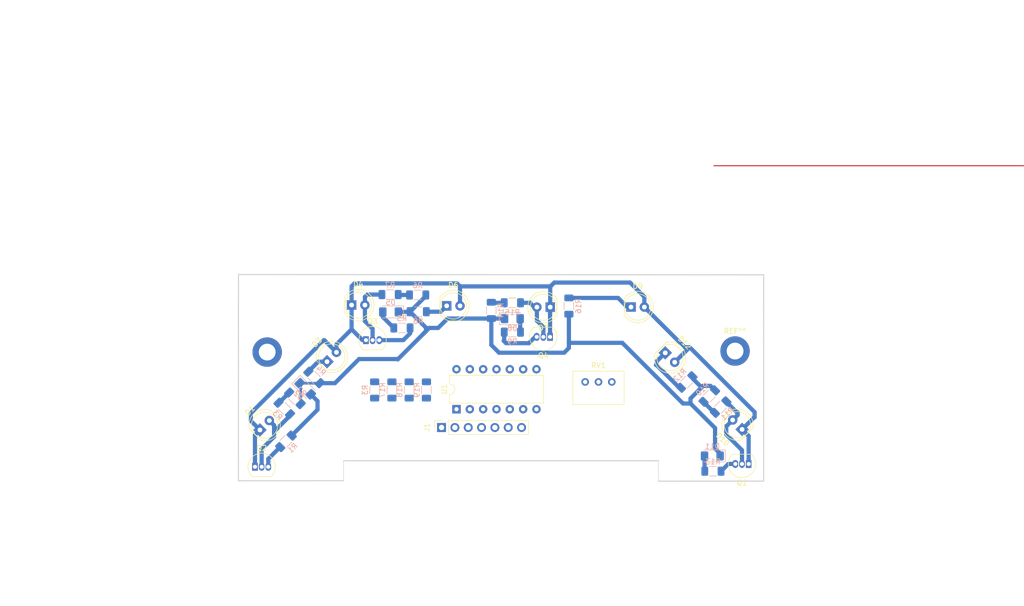
<source format=kicad_pcb>
(kicad_pcb (version 20221018) (generator pcbnew)
  (layers (0 "F.Cu" signal) (31 "B.Cu" signal) (34 "B.Paste" user) (35 "F.Paste" user) (36 "B.SilkS" user "B.Silkscreen") (37 "F.SilkS" user "F.Silkscreen") (38 "B.Mask" user) (39 "F.Mask" user) (44 "Edge.Cuts" user))
  (net 0 "")
  (net 1 "+5V")
  (net 2 "Net-(D1-A)")
  (net 3 "GND")
  (net 4 "Net-(D4-A)")
  (net 5 "Net-(D5-A)")
  (net 6 "Net-(D6-K)")
  (net 7 "Net-(D7-A)")
  (net 8 "Net-(D8-A)")
  (net 9 "Net-(D9-K)")
  (net 10 "Net-(D10-A)")
  (net 11 "Net-(D11-A)")
  (net 12 "Net-(D12-K)")
  (net 13 "Net-(D2-A)")
  (net 14 "Net-(D3-K)")
  (net 15 "Net-(R6-Pad2)")
  (net 16 "Net-(R10-Pad2)")
  (net 17 "Net-(R14-Pad2)")
  (net 18 "Net-(R2-Pad2)")
  (net 19 "VCC")
  (net 20 "Net-(J1-Pin_1)")
  (net 21 "Net-(J1-Pin_2)")
  (net 22 "Net-(J1-Pin_3)")
  (net 23 "Net-(J1-Pin_4)")
  (net 24 "/D4")
  (net 25 "/D3")
  (net 26 "/D2")
  (net 27 "/D1")
  (net 29 "Net-(R3-Pad1)")
  (net 30 "Net-(R17-Pad1)")
  (net 31 "Net-(R18-Pad1)")
  (net 32 "Net-(R19-Pad1)")
  (net 33 "Net-(U1A--)")
  (footprint "Package_TO_SOT_THT:TO-92_Inline" (layer "F.Cu") (at 117.77 110.81 180)
    (fp_text reference "Q1" (at 1.27 -3.56) (layer "F.SilkS"))
    (fp_text value "BC547")
    (fp_line (start -0.53 1.85) (end 3.07 1.85) (stroke (width 0.12)) (layer "F.SilkS"))
    (fp_arc (start -0.568478 1.838478) (mid -1.132087 -0.994977) (end 1.27 -2.6) (stroke (width 0.12)) (layer "F.SilkS"))
    (fp_arc (start 1.27 -2.6) (mid 3.672087 -0.994977) (end 3.108478 1.838478) (stroke (width 0.12)) (layer "F.SilkS"))
    (pad "1" thru_hole rect (at 0 0 180) (size 1.05 1.5) (drill 0.75) (layers "*.Cu" "*.Mask") (net 19 "VCC"))
    (pad "2" thru_hole oval (at 1.27 0 180) (size 1.05 1.5) (drill 0.75) (layers "*.Cu" "*.Mask") (net 10 "Net-(D10-A)"))
    (pad "3" thru_hole oval (at 2.54 0 180) (size 1.05 1.5) (drill 0.75) (layers "*.Cu" "*.Mask") (net 24 "/D4"))
  )
  (footprint "LED_THT:LED_D5.0mm" (layer "F.Cu") (at 42.12 80.51)
    (fp_text reference "D4" (at 1.27 -3.96) (layer "F.SilkS"))
    (fp_text value "IR RECEIVER")
    (fp_line (start -1.29 -1.545) (end -1.29 1.545) (stroke (width 0.12)) (layer "F.SilkS"))
    (fp_arc (start -1.29 -1.54483) (mid 2.072002 -2.880433) (end 4.26 0.000462) (stroke (width 0.12)) (layer "F.SilkS"))
    (fp_arc (start 4.26 -0.000462) (mid 2.072002 2.880433) (end -1.29 1.54483) (stroke (width 0.12)) (layer "F.SilkS"))
    (fp_circle (center 1.27 0) (end 3.77 0) (stroke (width 0.12)) (fill none) (layer "F.SilkS"))
    (pad "1" thru_hole rect (at 0 0) (size 1.8 1.8) (drill 0.9) (layers "*.Cu" "*.Mask") (net 19 "VCC"))
    (pad "2" thru_hole circle (at 2.54 0) (size 1.8 1.8) (drill 0.9) (layers "*.Cu" "*.Mask") (net 4 "Net-(D4-A)"))
  )
  (footprint "Connector_PinSocket_2.54mm:PinSocket_1x07_P2.54mm_Vertical" (layer "F.Cu") (at 59.26 103.86 90)
    (fp_text reference "J1" (at 0 -2.77 90) (layer "F.SilkS"))
    (fp_text value "Conn_01x07_Pin")
    (fp_line (start -1.33 1.27) (end -1.33 16.57) (stroke (width 0.12)) (layer "F.SilkS"))
    (fp_line (start -1.33 1.27) (end 1.33 1.27) (stroke (width 0.12)) (layer "F.SilkS"))
    (fp_line (start -1.33 16.57) (end 1.33 16.57) (stroke (width 0.12)) (layer "F.SilkS"))
    (fp_line (start 0 -1.33) (end 1.33 -1.33) (stroke (width 0.12)) (layer "F.SilkS"))
    (fp_line (start 1.33 -1.33) (end 1.33 0) (stroke (width 0.12)) (layer "F.SilkS"))
    (fp_line (start 1.33 1.27) (end 1.33 16.57) (stroke (width 0.12)) (layer "F.SilkS"))
    (pad "1" thru_hole rect (at 0 0 90) (size 1.7 1.7) (drill 1) (layers "*.Cu" "*.Mask") (net 20 "Net-(J1-Pin_1)"))
    (pad "2" thru_hole oval (at 0 2.54 90) (size 1.7 1.7) (drill 1) (layers "*.Cu" "*.Mask") (net 21 "Net-(J1-Pin_2)"))
    (pad "3" thru_hole oval (at 0 5.08 90) (size 1.7 1.7) (drill 1) (layers "*.Cu" "*.Mask") (net 22 "Net-(J1-Pin_3)"))
    (pad "4" thru_hole oval (at 0 7.62 90) (size 1.7 1.7) (drill 1) (layers "*.Cu" "*.Mask") (net 23 "Net-(J1-Pin_4)"))
    (pad "5" thru_hole oval (at 0 10.16 90) (size 1.7 1.7) (drill 1) (layers "*.Cu" "*.Mask") (net 3 "GND"))
    (pad "6" thru_hole oval (at 0 12.7 90) (size 1.7 1.7) (drill 1) (layers "*.Cu" "*.Mask") (net 1 "+5V"))
    (pad "7" thru_hole oval (at 0 15.24 90) (size 1.7 1.7) (drill 1) (layers "*.Cu" "*.Mask") (net 19 "VCC"))
  )
  (footprint "LED_THT:LED_D5.0mm" (layer "F.Cu") (at 60.235 80.66)
    (fp_text reference "D6" (at 1.27 -3.96) (layer "F.SilkS"))
    (fp_text value "IR TRANSMITTER")
    (fp_line (start -1.29 -1.545) (end -1.29 1.545) (stroke (width 0.12)) (layer "F.SilkS"))
    (fp_arc (start -1.29 -1.54483) (mid 2.072002 -2.880433) (end 4.26 0.000462) (stroke (width 0.12)) (layer "F.SilkS"))
    (fp_arc (start 4.26 -0.000462) (mid 2.072002 2.880433) (end -1.29 1.54483) (stroke (width 0.12)) (layer "F.SilkS"))
    (fp_circle (center 1.27 0) (end 3.77 0) (stroke (width 0.12)) (fill none) (layer "F.SilkS"))
    (pad "1" thru_hole rect (at 0 0) (size 1.8 1.8) (drill 0.9) (layers "*.Cu" "*.Mask") (net 6 "Net-(D6-K)"))
    (pad "2" thru_hole circle (at 2.54 0) (size 1.8 1.8) (drill 0.9) (layers "*.Cu" "*.Mask") (net 19 "VCC"))
  )
  (footprint "" (layer "F.Cu") (at 26.04 89.48)
    (fp_text reference "" (at 0 0) (layer "F.SilkS") (effects (font (size 1.27 1.27))))
    (fp_text value "" (at 0 0) (layer "F.SilkS") (effects (font (size 1.27 1.27))))
    (pad "1" thru_hole circle (at 0 0) (size 5.6 5.6) (drill 3.2) (layers "*.Cu" "*.Mask"))
  )
  (footprint "MountingHole:MountingHole_3.2mm_M3_DIN965_Pad" (layer "F.Cu") (at 115.18 89.28)
    (fp_text reference "REF**" (at 0 -3.8) (layer "F.SilkS"))
    (fp_text value "MountingHole_3.2mm_M3_DIN965_Pad")
    (pad "1" thru_hole circle (at 0 0) (size 5.6 5.6) (drill 3.2) (layers "*.Cu" "*.Mask"))
  )
  (footprint "LED_THT:LED_D5.0mm" (layer "F.Cu") (at 116.521562 104.221562 135)
    (fp_text reference "D10" (at 1.27 -3.96 135) (layer "F.SilkS"))
    (fp_text value "IR RECEIVER")
    (fp_line (start -1.29 -1.545) (end -1.29 1.545) (stroke (width 0.12)) (layer "F.SilkS"))
    (fp_arc (start -1.29 -1.54483) (mid 2.072002 -2.880433) (end 4.26 0.000462) (stroke (width 0.12)) (layer "F.SilkS"))
    (fp_arc (start 4.26 -0.000462) (mid 2.072001 2.880433) (end -1.29 1.54483) (stroke (width 0.12)) (layer "F.SilkS"))
    (fp_circle (center 1.27 0) (end 3.77 0) (stroke (width 0.12)) (fill none) (layer "F.SilkS"))
    (pad "1" thru_hole rect (at 0 0 135) (size 1.8 1.8) (drill 0.9) (layers "*.Cu" "*.Mask") (net 19 "VCC"))
    (pad "2" thru_hole circle (at 2.54 0 135) (size 1.8 1.8) (drill 0.9) (layers "*.Cu" "*.Mask") (net 10 "Net-(D10-A)"))
  )
  (footprint "Package_TO_SOT_THT:TO-92_Inline" (layer "F.Cu") (at 44.85 87.2)
    (fp_text reference "Q3" (at 1.27 -3.56) (layer "F.SilkS"))
    (fp_text value "BC547")
    (fp_line (start -0.53 1.85) (end 3.07 1.85) (stroke (width 0.12)) (layer "F.SilkS"))
    (fp_arc (start -0.568478 1.838478) (mid -1.132087 -0.994977) (end 1.27 -2.6) (stroke (width 0.12)) (layer "F.SilkS"))
    (fp_arc (start 1.27 -2.6) (mid 3.672087 -0.994977) (end 3.108478 1.838478) (stroke (width 0.12)) (layer "F.SilkS"))
    (pad "1" thru_hole rect (at 0 0) (size 1.05 1.5) (drill 0.75) (layers "*.Cu" "*.Mask") (net 19 "VCC"))
    (pad "2" thru_hole oval (at 1.27 0) (size 1.05 1.5) (drill 0.75) (layers "*.Cu" "*.Mask") (net 4 "Net-(D4-A)"))
    (pad "3" thru_hole oval (at 2.54 0) (size 1.05 1.5) (drill 0.75) (layers "*.Cu" "*.Mask") (net 26 "/D2"))
  )
  (footprint "Package_TO_SOT_THT:TO-92_Inline" (layer "F.Cu") (at 79.93 86.58 180)
    (fp_text reference "Q4" (at 1.27 -3.56) (layer "F.SilkS"))
    (fp_text value "BC547")
    (fp_line (start -0.53 1.85) (end 3.07 1.85) (stroke (width 0.12)) (layer "F.SilkS"))
    (fp_arc (start -0.568478 1.838478) (mid -1.132087 -0.994977) (end 1.27 -2.6) (stroke (width 0.12)) (layer "F.SilkS"))
    (fp_arc (start 1.27 -2.6) (mid 3.672087 -0.994977) (end 3.108478 1.838478) (stroke (width 0.12)) (layer "F.SilkS"))
    (pad "1" thru_hole rect (at 0 0 180) (size 1.05 1.5) (drill 0.75) (layers "*.Cu" "*.Mask") (net 19 "VCC"))
    (pad "2" thru_hole oval (at 1.27 0 180) (size 1.05 1.5) (drill 0.75) (layers "*.Cu" "*.Mask") (net 7 "Net-(D7-A)"))
    (pad "3" thru_hole oval (at 2.54 0 180) (size 1.05 1.5) (drill 0.75) (layers "*.Cu" "*.Mask") (net 27 "/D1"))
  )
  (footprint "LED_THT:LED_D5.0mm" (layer "F.Cu") (at 95.36 80.89)
    (fp_text reference "D9" (at 1.27 -3.96) (layer "F.SilkS"))
    (fp_text value "IR TRANSMITTER")
    (fp_line (start -1.29 -1.545) (end -1.29 1.545) (stroke (width 0.12)) (layer "F.SilkS"))
    (fp_arc (start -1.29 -1.54483) (mid 2.072002 -2.880433) (end 4.26 0.000462) (stroke (width 0.12)) (layer "F.SilkS"))
    (fp_arc (start 4.26 -0.000462) (mid 2.072002 2.880433) (end -1.29 1.54483) (stroke (width 0.12)) (layer "F.SilkS"))
    (fp_circle (center 1.27 0) (end 3.77 0) (stroke (width 0.12)) (fill none) (layer "F.SilkS"))
    (pad "1" thru_hole rect (at 0 0) (size 1.8 1.8) (drill 0.9) (layers "*.Cu" "*.Mask") (net 9 "Net-(D9-K)"))
    (pad "2" thru_hole circle (at 2.54 0) (size 1.8 1.8) (drill 0.9) (layers "*.Cu" "*.Mask") (net 19 "VCC"))
  )
  (footprint "Package_DIP:DIP-14_W7.62mm" (layer "F.Cu") (at 62.105 100.37 90)
    (fp_text reference "U1" (at 3.81 -2.33 90) (layer "F.SilkS"))
    (fp_text value "LM339")
    (fp_line (start 1.16 -1.33) (end 1.16 16.57) (stroke (width 0.12)) (layer "F.SilkS"))
    (fp_line (start 1.16 16.57) (end 6.46 16.57) (stroke (width 0.12)) (layer "F.SilkS"))
    (fp_line (start 2.81 -1.33) (end 1.16 -1.33) (stroke (width 0.12)) (layer "F.SilkS"))
    (fp_line (start 6.46 -1.33) (end 4.81 -1.33) (stroke (width 0.12)) (layer "F.SilkS"))
    (fp_line (start 6.46 16.57) (end 6.46 -1.33) (stroke (width 0.12)) (layer "F.SilkS"))
    (fp_arc (start 4.81 -1.33) (mid 3.81 -0.33) (end 2.81 -1.33) (stroke (width 0.12)) (layer "F.SilkS"))
    (pad "1" thru_hole rect (at 0 0 90) (size 1.6 1.6) (drill 0.8) (layers "*.Cu" "*.Mask") (net 31 "Net-(R18-Pad1)"))
    (pad "2" thru_hole oval (at 0 2.54 90) (size 1.6 1.6) (drill 0.8) (layers "*.Cu" "*.Mask") (net 32 "Net-(R19-Pad1)"))
    (pad "3" thru_hole oval (at 0 5.08 90) (size 1.6 1.6) (drill 0.8) (layers "*.Cu" "*.Mask") (net 1 "+5V"))
    (pad "4" thru_hole oval (at 0 7.62 90) (size 1.6 1.6) (drill 0.8) (layers "*.Cu" "*.Mask") (net 33 "Net-(U1A--)"))
    (pad "5" thru_hole oval (at 0 10.16 90) (size 1.6 1.6) (drill 0.8) (layers "*.Cu" "*.Mask") (net 27 "/D1"))
    (pad "6" thru_hole oval (at 0 12.7 90) (size 1.6 1.6) (drill 0.8) (layers "*.Cu" "*.Mask") (net 33 "Net-(U1A--)"))
    (pad "7" thru_hole oval (at 0 15.24 90) (size 1.6 1.6) (drill 0.8) (layers "*.Cu" "*.Mask") (net 26 "/D2"))
    (pad "8" thru_hole oval (at 7.62 15.24 90) (size 1.6 1.6) (drill 0.8) (layers "*.Cu" "*.Mask") (net 33 "Net-(U1A--)"))
    (pad "9" thru_hole oval (at 7.62 12.7 90) (size 1.6 1.6) (drill 0.8) (layers "*.Cu" "*.Mask") (net 24 "/D4"))
    (pad "10" thru_hole oval (at 7.62 10.16 90) (size 1.6 1.6) (drill 0.8) (layers "*.Cu" "*.Mask") (net 33 "Net-(U1A--)"))
    (pad "11" thru_hole oval (at 7.62 7.62 90) (size 1.6 1.6) (drill 0.8) (layers "*.Cu" "*.Mask") (net 25 "/D3"))
    (pad "12" thru_hole oval (at 7.62 5.08 90) (size 1.6 1.6) (drill 0.8) (layers "*.Cu" "*.Mask") (net 3 "GND"))
    (pad "13" thru_hole oval (at 7.62 2.54 90) (size 1.6 1.6) (drill 0.8) (layers "*.Cu" "*.Mask") (net 30 "Net-(R17-Pad1)"))
    (pad "14" thru_hole oval (at 7.62 0 90) (size 1.6 1.6) (drill 0.8) (layers "*.Cu" "*.Mask") (net 29 "Net-(R3-Pad1)"))
  )
  (footprint "Package_TO_SOT_THT:TO-92_Inline" (layer "F.Cu") (at 23.71 111.35)
    (fp_text reference "Q2" (at 1.27 -3.56) (layer "F.SilkS"))
    (fp_text value "BC547")
    (fp_line (start -0.53 1.85) (end 3.07 1.85) (stroke (width 0.12)) (layer "F.SilkS"))
    (fp_arc (start -0.568478 1.838478) (mid -1.132087 -0.994977) (end 1.27 -2.6) (stroke (width 0.12)) (layer "F.SilkS"))
    (fp_arc (start 1.27 -2.6) (mid 3.672087 -0.994977) (end 3.108478 1.838478) (stroke (width 0.12)) (layer "F.SilkS"))
    (pad "1" thru_hole rect (at 0 0) (size 1.05 1.5) (drill 0.75) (layers "*.Cu" "*.Mask") (net 19 "VCC"))
    (pad "2" thru_hole oval (at 1.27 0) (size 1.05 1.5) (drill 0.75) (layers "*.Cu" "*.Mask") (net 2 "Net-(D1-A)"))
    (pad "3" thru_hole oval (at 2.54 0) (size 1.05 1.5) (drill 0.75) (layers "*.Cu" "*.Mask") (net 25 "/D3"))
  )
  (footprint "LED_THT:LED_D5.0mm" (layer "F.Cu") (at 79.96 80.91 180)
    (fp_text reference "D7" (at 1.27 -3.96) (layer "F.SilkS"))
    (fp_text value "IR RECEIVER")
    (fp_line (start -1.29 -1.545) (end -1.29 1.545) (stroke (width 0.12)) (layer "F.SilkS"))
    (fp_arc (start -1.29 -1.54483) (mid 2.072002 -2.880433) (end 4.26 0.000462) (stroke (width 0.12)) (layer "F.SilkS"))
    (fp_arc (start 4.26 -0.000462) (mid 2.072002 2.880433) (end -1.29 1.54483) (stroke (width 0.12)) (layer "F.SilkS"))
    (fp_circle (center 1.27 0) (end 3.77 0) (stroke (width 0.12)) (fill none) (layer "F.SilkS"))
    (pad "1" thru_hole rect (at 0 0 180) (size 1.8 1.8) (drill 0.9) (layers "*.Cu" "*.Mask") (net 19 "VCC"))
    (pad "2" thru_hole circle (at 2.54 0 180) (size 1.8 1.8) (drill 0.9) (layers "*.Cu" "*.Mask") (net 7 "Net-(D7-A)"))
  )
  (footprint "LED_THT:LED_D5.0mm" (layer "F.Cu") (at 24.651051 104.323949 45)
    (fp_text reference "D1" (at 1.27 -3.96 45) (layer "F.SilkS"))
    (fp_text value "IR RECEIVER")
    (fp_line (start -1.29 -1.545) (end -1.29 1.545) (stroke (width 0.12)) (layer "F.SilkS"))
    (fp_arc (start -1.29 -1.54483) (mid 2.072002 -2.880433) (end 4.26 0.000462) (stroke (width 0.12)) (layer "F.SilkS"))
    (fp_arc (start 4.26 -0.000462) (mid 2.072001 2.880433) (end -1.29 1.54483) (stroke (width 0.12)) (layer "F.SilkS"))
    (fp_circle (center 1.27 0) (end 3.77 0) (stroke (width 0.12)) (fill none) (layer "F.SilkS"))
    (pad "1" thru_hole rect (at 0 0 45) (size 1.8 1.8) (drill 0.9) (layers "*.Cu" "*.Mask") (net 19 "VCC"))
    (pad "2" thru_hole circle (at 2.54 0 45) (size 1.8 1.8) (drill 0.9) (layers "*.Cu" "*.Mask") (net 2 "Net-(D1-A)"))
  )
  (footprint "LED_THT:LED_D5.0mm" (layer "F.Cu") (at 37.44 91.31 45)
    (fp_text reference "D3" (at 1.27 -3.96 45) (layer "F.SilkS"))
    (fp_text value "IR TRANSMITTER")
    (fp_line (start -1.29 -1.545) (end -1.29 1.545) (stroke (width 0.12)) (layer "F.SilkS"))
    (fp_arc (start -1.29 -1.54483) (mid 2.072002 -2.880433) (end 4.26 0.000462) (stroke (width 0.12)) (layer "F.SilkS"))
    (fp_arc (start 4.26 -0.000462) (mid 2.072001 2.880433) (end -1.29 1.54483) (stroke (width 0.12)) (layer "F.SilkS"))
    (fp_circle (center 1.27 0) (end 3.77 0) (stroke (width 0.12)) (fill none) (layer "F.SilkS"))
    (pad "1" thru_hole rect (at 0 0 45) (size 1.8 1.8) (drill 0.9) (layers "*.Cu" "*.Mask") (net 14 "Net-(D3-K)"))
    (pad "2" thru_hole circle (at 2.54 0 45) (size 1.8 1.8) (drill 0.9) (layers "*.Cu" "*.Mask") (net 19 "VCC"))
  )
  (footprint "LED_THT:LED_D5.0mm" (layer "F.Cu") (at 101.878439 89.618439 -45)
    (fp_text reference "D12" (at 1.27 -3.96 135) (layer "F.SilkS"))
    (fp_text value "IR TRANSMITTER")
    (fp_line (start -1.29 -1.545) (end -1.29 1.545) (stroke (width 0.12)) (layer "F.SilkS"))
    (fp_arc (start -1.29 -1.54483) (mid 2.072002 -2.880433) (end 4.26 0.000462) (stroke (width 0.12)) (layer "F.SilkS"))
    (fp_arc (start 4.26 -0.000462) (mid 2.072001 2.880433) (end -1.29 1.54483) (stroke (width 0.12)) (layer "F.SilkS"))
    (fp_circle (center 1.27 0) (end 3.77 0) (stroke (width 0.12)) (fill none) (layer "F.SilkS"))
    (pad "1" thru_hole rect (at 0 0 315) (size 1.8 1.8) (drill 0.9) (layers "*.Cu" "*.Mask") (net 12 "Net-(D12-K)"))
    (pad "2" thru_hole circle (at 2.54 0 315) (size 1.8 1.8) (drill 0.9) (layers "*.Cu" "*.Mask") (net 19 "VCC"))
  )
  (footprint "Potentiometer_THT:Potentiometer_Bourns_3299W_Vertical" (layer "F.Cu") (at 91.7 95.17)
    (fp_text reference "RV1" (at -2.54 -3.16) (layer "F.SilkS"))
    (fp_text value "R_Potentiometer")
    (fp_line (start -7.425 -2.03) (end -7.425 4.31) (stroke (width 0.12)) (layer "F.SilkS"))
    (fp_line (start -7.425 -2.03) (end 2.345 -2.03) (stroke (width 0.12)) (layer "F.SilkS"))
    (fp_line (start -7.425 4.31) (end 2.345 4.31) (stroke (width 0.12)) (layer "F.SilkS"))
    (fp_line (start 2.345 -2.03) (end 2.345 4.31) (stroke (width 0.12)) (layer "F.SilkS"))
    (pad "1" thru_hole circle (at 0 0) (size 1.44 1.44) (drill 0.8) (layers "*.Cu" "*.Mask") (net 1 "+5V"))
    (pad "2" thru_hole circle (at -2.54 0) (size 1.44 1.44) (drill 0.8) (layers "*.Cu" "*.Mask") (net 33 "Net-(U1A--)"))
    (pad "3" thru_hole circle (at -5.08 0) (size 1.44 1.44) (drill 0.8) (layers "*.Cu" "*.Mask") (net 3 "GND"))
  )
  (footprint "Resistor_SMD:R_1206_3216Metric_Pad1.30x1.75mm_HandSolder" (layer "B.Cu") (at 51.71 84.88 180)
    (fp_text reference "R5" (at 0 1.82) (layer "B.SilkS") (effects (justify mirror)))
    (fp_text value "1k")
    (fp_line (start -0.727064 -0.91) (end 0.727064 -0.91) (stroke (width 0.12)) (layer "B.SilkS"))
    (fp_line (start -0.727064 0.91) (end 0.727064 0.91) (stroke (width 0.12)) (layer "B.SilkS"))
    (pad "1" smd roundrect (at -1.55 0 180) (size 1.3 1.75) (layers "B.Cu" "B.Paste" "B.Mask") (roundrect_rratio 0.192308) (net 26 "/D2"))
    (pad "2" smd roundrect (at 1.55 0 180) (size 1.3 1.75) (layers "B.Cu" "B.Paste" "B.Mask") (roundrect_rratio 0.192308) (net 5 "Net-(D5-A)"))
  )
  (footprint "LED_SMD:LED_1206_3216Metric_Pad1.42x1.75mm_HandSolder" (layer "B.Cu") (at 110.85 109.28 180)
    (fp_text reference "D11" (at 0 1.82) (layer "B.SilkS") (effects (justify mirror)))
    (fp_text value "INDICADOR")
    (fp_line (start -2.46 -1.135) (end 1.6 -1.135) (stroke (width 0.12)) (layer "B.SilkS"))
    (fp_line (start -2.46 1.135) (end -2.46 -1.135) (stroke (width 0.12)) (layer "B.SilkS"))
    (fp_line (start 1.6 1.135) (end -2.46 1.135) (stroke (width 0.12)) (layer "B.SilkS"))
    (pad "1" smd roundrect (at -1.4875 0 180) (size 1.425 1.75) (layers "B.Cu" "B.Paste" "B.Mask") (roundrect_rratio 0.175439) (net 3 "GND"))
    (pad "2" smd roundrect (at 1.4875 0 180) (size 1.425 1.75) (layers "B.Cu" "B.Paste" "B.Mask") (roundrect_rratio 0.175439) (net 11 "Net-(D11-A)"))
  )
  (footprint "Resistor_SMD:R_1206_3216Metric_Pad1.30x1.75mm_HandSolder" (layer "B.Cu") (at 72.75 80.08)
    (fp_text reference "R15" (at 0 1.82) (layer "B.SilkS") (effects (justify mirror)))
    (fp_text value "1k")
    (fp_line (start -0.727064 -0.91) (end 0.727064 -0.91) (stroke (width 0.12)) (layer "B.SilkS"))
    (fp_line (start -0.727064 0.91) (end 0.727064 0.91) (stroke (width 0.12)) (layer "B.SilkS"))
    (pad "1" smd roundrect (at -1.55 0) (size 1.3 1.75) (layers "B.Cu" "B.Paste" "B.Mask") (roundrect_rratio 0.192308) (net 17 "Net-(R14-Pad2)"))
    (pad "2" smd roundrect (at 1.55 0) (size 1.3 1.75) (layers "B.Cu" "B.Paste" "B.Mask") (roundrect_rratio 0.192308) (net 7 "Net-(D7-A)"))
  )
  (footprint "Resistor_SMD:R_1206_3216Metric_Pad1.30x1.75mm_HandSolder" (layer "B.Cu") (at 31.32 98.3 135)
    (fp_text reference "R2" (at 0 1.82 135) (layer "B.SilkS") (effects (justify mirror)))
    (fp_text value "47k")
    (fp_line (start -0.727064 -0.91) (end 0.727064 -0.91) (stroke (width 0.12)) (layer "B.SilkS"))
    (fp_line (start -0.727064 0.91) (end 0.727064 0.91) (stroke (width 0.12)) (layer "B.SilkS"))
    (pad "1" smd roundrect (at -1.55 0 135) (size 1.3 1.75) (layers "B.Cu" "B.Paste" "B.Mask") (roundrect_rratio 0.192308) (net 3 "GND"))
    (pad "2" smd roundrect (at 1.55 0 135) (size 1.3 1.75) (layers "B.Cu" "B.Paste" "B.Mask") (roundrect_rratio 0.192308))
  )
  (footprint "Resistor_SMD:R_1206_3216Metric_Pad1.30x1.75mm_HandSolder" (layer "B.Cu") (at 56.38 96.7 -90)
    (fp_text reference "R19" (at 0 1.82 90) (layer "B.SilkS") (effects (justify mirror)))
    (fp_text value "1k")
    (fp_line (start -0.727064 -0.91) (end 0.727064 -0.91) (stroke (width 0.12)) (layer "B.SilkS"))
    (fp_line (start -0.727064 0.91) (end 0.727064 0.91) (stroke (width 0.12)) (layer "B.SilkS"))
    (pad "1" smd roundrect (at -1.55 0 270) (size 1.3 1.75) (layers "B.Cu" "B.Paste" "B.Mask") (roundrect_rratio 0.192308) (net 32 "Net-(R19-Pad1)"))
    (pad "2" smd roundrect (at 1.55 0 270) (size 1.3 1.75) (layers "B.Cu" "B.Paste" "B.Mask") (roundrect_rratio 0.192308) (net 23 "Net-(J1-Pin_4)"))
  )
  (footprint "Resistor_SMD:R_1206_3216Metric_Pad1.30x1.75mm_HandSolder" (layer "B.Cu") (at 110.27 97.86 -135)
    (fp_text reference "R10" (at 0 1.82 45) (layer "B.SilkS") (effects (justify mirror)))
    (fp_text value "47k")
    (fp_line (start -0.727064 -0.91) (end 0.727064 -0.91) (stroke (width 0.12)) (layer "B.SilkS"))
    (fp_line (start -0.727064 0.91) (end 0.727064 0.91) (stroke (width 0.12)) (layer "B.SilkS"))
    (pad "1" smd roundrect (at -1.55 0 225) (size 1.3 1.75) (layers "B.Cu" "B.Paste" "B.Mask") (roundrect_rratio 0.192308) (net 3 "GND"))
    (pad "2" smd roundrect (at 1.55 0 225) (size 1.3 1.75) (layers "B.Cu" "B.Paste" "B.Mask") (roundrect_rratio 0.192308) (net 16 "Net-(R10-Pad2)"))
  )
  (footprint "Resistor_SMD:R_1206_3216Metric_Pad1.30x1.75mm_HandSolder" (layer "B.Cu") (at 54.81 81.78)
    (fp_text reference "R8" (at 0 1.82) (layer "B.SilkS") (effects (justify mirror)))
    (fp_text value "100")
    (fp_line (start -0.727064 -0.91) (end 0.727064 -0.91) (stroke (width 0.12)) (layer "B.SilkS"))
    (fp_line (start -0.727064 0.91) (end 0.727064 0.91) (stroke (width 0.12)) (layer "B.SilkS"))
    (pad "1" smd roundrect (at -1.55 0) (size 1.3 1.75) (layers "B.Cu" "B.Paste" "B.Mask") (roundrect_rratio 0.192308) (net 3 "GND"))
    (pad "2" smd roundrect (at 1.55 0) (size 1.3 1.75) (layers "B.Cu" "B.Paste" "B.Mask") (roundrect_rratio 0.192308) (net 6 "Net-(D6-K)"))
  )
  (footprint "Resistor_SMD:R_1206_3216Metric_Pad1.30x1.75mm_HandSolder" (layer "B.Cu") (at 29.3 100.23 -45)
    (fp_text reference "R3" (at 0 1.82 135) (layer "B.SilkS") (effects (justify mirror)))
    (fp_text value "1k")
    (fp_line (start -0.727064 -0.91) (end 0.727064 -0.91) (stroke (width 0.12)) (layer "B.SilkS"))
    (fp_line (start -0.727064 0.91) (end 0.727064 0.91) (stroke (width 0.12)) (layer "B.SilkS"))
    (pad "1" smd roundrect (at -1.55 0 315) (size 1.3 1.75) (layers "B.Cu" "B.Paste" "B.Mask") (roundrect_rratio 0.192308) (net 18 "Net-(R2-Pad2)"))
    (pad "2" smd roundrect (at 1.55 0 315) (size 1.3 1.75) (layers "B.Cu" "B.Paste" "B.Mask") (roundrect_rratio 0.192308) (net 2 "Net-(D1-A)"))
  )
  (footprint "LED_SMD:LED_1206_3216Metric_Pad1.42x1.75mm_HandSolder" (layer "B.Cu") (at 49.5475 81.82 180)
    (fp_text reference "D5" (at 0 1.82) (layer "B.SilkS") (effects (justify mirror)))
    (fp_text value "INDICADOR")
    (fp_line (start -2.46 -1.135) (end 1.6 -1.135) (stroke (width 0.12)) (layer "B.SilkS"))
    (fp_line (start -2.46 1.135) (end -2.46 -1.135) (stroke (width 0.12)) (layer "B.SilkS"))
    (fp_line (start 1.6 1.135) (end -2.46 1.135) (stroke (width 0.12)) (layer "B.SilkS"))
    (pad "1" smd roundrect (at -1.4875 0 180) (size 1.425 1.75) (layers "B.Cu" "B.Paste" "B.Mask") (roundrect_rratio 0.175439) (net 3 "GND"))
    (pad "2" smd roundrect (at 1.4875 0 180) (size 1.425 1.75) (layers "B.Cu" "B.Paste" "B.Mask") (roundrect_rratio 0.175439) (net 5 "Net-(D5-A)"))
  )
  (footprint "Resistor_SMD:R_1206_3216Metric_Pad1.30x1.75mm_HandSolder" (layer "B.Cu") (at 49.45 78.51 180)
    (fp_text reference "R7" (at 0 1.82) (layer "B.SilkS") (effects (justify mirror)))
    (fp_text value "1k")
    (fp_line (start -0.727064 -0.91) (end 0.727064 -0.91) (stroke (width 0.12)) (layer "B.SilkS"))
    (fp_line (start -0.727064 0.91) (end 0.727064 0.91) (stroke (width 0.12)) (layer "B.SilkS"))
    (pad "1" smd roundrect (at -1.55 0 180) (size 1.3 1.75) (layers "B.Cu" "B.Paste" "B.Mask") (roundrect_rratio 0.192308) (net 15 "Net-(R6-Pad2)"))
    (pad "2" smd roundrect (at 1.55 0 180) (size 1.3 1.75) (layers "B.Cu" "B.Paste" "B.Mask") (roundrect_rratio 0.192308) (net 4 "Net-(D4-A)"))
  )
  (footprint "Resistor_SMD:R_1206_3216Metric_Pad1.30x1.75mm_HandSolder" (layer "B.Cu") (at 83.52 80.7 90)
    (fp_text reference "R16" (at 0 1.82 90) (layer "B.SilkS") (effects (justify mirror)))
    (fp_text value "100")
    (fp_line (start -0.727064 -0.91) (end 0.727064 -0.91) (stroke (width 0.12)) (layer "B.SilkS"))
    (fp_line (start -0.727064 0.91) (end 0.727064 0.91) (stroke (width 0.12)) (layer "B.SilkS"))
    (pad "1" smd roundrect (at -1.55 0 90) (size 1.3 1.75) (layers "B.Cu" "B.Paste" "B.Mask") (roundrect_rratio 0.192308) (net 3 "GND"))
    (pad "2" smd roundrect (at 1.55 0 90) (size 1.3 1.75) (layers "B.Cu" "B.Paste" "B.Mask") (roundrect_rratio 0.192308) (net 9 "Net-(D9-K)"))
  )
  (footprint "Resistor_SMD:R_1206_3216Metric_Pad1.30x1.75mm_HandSolder" (layer "B.Cu") (at 49.8 96.7 -90)
    (fp_text reference "R17" (at 0 1.82 90) (layer "B.SilkS") (effects (justify mirror)))
    (fp_text value "1k")
    (fp_line (start -0.727064 -0.91) (end 0.727064 -0.91) (stroke (width 0.12)) (layer "B.SilkS"))
    (fp_line (start -0.727064 0.91) (end 0.727064 0.91) (stroke (width 0.12)) (layer "B.SilkS"))
    (pad "1" smd roundrect (at -1.55 0 270) (size 1.3 1.75) (layers "B.Cu" "B.Paste" "B.Mask") (roundrect_rratio 0.192308) (net 30 "Net-(R17-Pad1)"))
    (pad "2" smd roundrect (at 1.55 0 270) (size 1.3 1.75) (layers "B.Cu" "B.Paste" "B.Mask") (roundrect_rratio 0.192308) (net 21 "Net-(J1-Pin_2)"))
  )
  (footprint "LED_SMD:LED_1206_3216Metric_Pad1.42x1.75mm_HandSolder" (layer "B.Cu") (at 33.28 96.47 -45)
    (fp_text reference "D2" (at 0 1.82 135) (layer "B.SilkS") (effects (justify mirror)))
    (fp_text value "INDICADOR")
    (fp_line (start -2.46 -1.135) (end 1.6 -1.135) (stroke (width 0.12)) (layer "B.SilkS"))
    (fp_line (start -2.46 1.135) (end -2.46 -1.135) (stroke (width 0.12)) (layer "B.SilkS"))
    (fp_line (start 1.6 1.135) (end -2.46 1.135) (stroke (width 0.12)) (layer "B.SilkS"))
    (pad "1" smd roundrect (at -1.4875 0 315) (size 1.425 1.75) (layers "B.Cu" "B.Paste" "B.Mask") (roundrect_rratio 0.175439) (net 3 "GND"))
    (pad "2" smd roundrect (at 1.4875 0 315) (size 1.425 1.75) (layers "B.Cu" "B.Paste" "B.Mask") (roundrect_rratio 0.175439) (net 13 "Net-(D2-A)"))
  )
  (footprint "Resistor_SMD:R_1206_3216Metric_Pad1.30x1.75mm_HandSolder" (layer "B.Cu") (at 46.51 96.7 -90)
    (fp_text reference "R3" (at 0 1.82 90) (layer "B.SilkS") (effects (justify mirror)))
    (fp_text value "1k")
    (fp_line (start -0.727064 -0.91) (end 0.727064 -0.91) (stroke (width 0.12)) (layer "B.SilkS"))
    (fp_line (start -0.727064 0.91) (end 0.727064 0.91) (stroke (width 0.12)) (layer "B.SilkS"))
    (pad "1" smd roundrect (at -1.55 0 270) (size 1.3 1.75) (layers "B.Cu" "B.Paste" "B.Mask") (roundrect_rratio 0.192308) (net 29 "Net-(R3-Pad1)"))
    (pad "2" smd roundrect (at 1.55 0 270) (size 1.3 1.75) (layers "B.Cu" "B.Paste" "B.Mask") (roundrect_rratio 0.192308) (net 20 "Net-(J1-Pin_1)"))
  )
  (footprint "Resistor_SMD:R_1206_3216Metric_Pad1.30x1.75mm_HandSolder" (layer "B.Cu") (at 68.74 81.53 90)
    (fp_text reference "R14" (at 0 1.82 90) (layer "B.SilkS") (effects (justify mirror)))
    (fp_text value "47k")
    (fp_line (start -0.727064 -0.91) (end 0.727064 -0.91) (stroke (width 0.12)) (layer "B.SilkS"))
    (fp_line (start -0.727064 0.91) (end 0.727064 0.91) (stroke (width 0.12)) (layer "B.SilkS"))
    (pad "1" smd roundrect (at -1.55 0 90) (size 1.3 1.75) (layers "B.Cu" "B.Paste" "B.Mask") (roundrect_rratio 0.192308) (net 3 "GND"))
    (pad "2" smd roundrect (at 1.55 0 90) (size 1.3 1.75) (layers "B.Cu" "B.Paste" "B.Mask") (roundrect_rratio 0.192308) (net 17 "Net-(R14-Pad2)"))
  )
  (footprint "Resistor_SMD:R_1206_3216Metric_Pad1.30x1.75mm_HandSolder" (layer "B.Cu") (at 29.61 106.49 45)
    (fp_text reference "R1" (at 0 1.82 45) (layer "B.SilkS") (effects (justify mirror)))
    (fp_text value "1k")
    (fp_line (start -0.727064 -0.91) (end 0.727064 -0.91) (stroke (width 0.12)) (layer "B.SilkS"))
    (fp_line (start -0.727064 0.91) (end 0.727064 0.91) (stroke (width 0.12)) (layer "B.SilkS"))
    (pad "1" smd roundrect (at -1.55 0 45) (size 1.3 1.75) (layers "B.Cu" "B.Paste" "B.Mask") (roundrect_rratio 0.192308) (net 25 "/D3"))
    (pad "2" smd roundrect (at 1.55 0 45) (size 1.3 1.75) (layers "B.Cu" "B.Paste" "B.Mask") (roundrect_rratio 0.192308) (net 13 "Net-(D2-A)"))
  )
  (footprint "Resistor_SMD:R_1206_3216Metric_Pad1.30x1.75mm_HandSolder" (layer "B.Cu") (at 54.71 78.59 180)
    (fp_text reference "R6" (at 0 1.82) (layer "B.SilkS") (effects (justify mirror)))
    (fp_text value "47k")
    (fp_line (start -0.727064 -0.91) (end 0.727064 -0.91) (stroke (width 0.12)) (layer "B.SilkS"))
    (fp_line (start -0.727064 0.91) (end 0.727064 0.91) (stroke (width 0.12)) (layer "B.SilkS"))
    (pad "1" smd roundrect (at -1.55 0 180) (size 1.3 1.75) (layers "B.Cu" "B.Paste" "B.Mask") (roundrect_rratio 0.192308) (net 3 "GND"))
    (pad "2" smd roundrect (at 1.55 0 180) (size 1.3 1.75) (layers "B.Cu" "B.Paste" "B.Mask") (roundrect_rratio 0.192308) (net 15 "Net-(R6-Pad2)"))
  )
  (footprint "Resistor_SMD:R_1206_3216Metric_Pad1.30x1.75mm_HandSolder" (layer "B.Cu") (at 105.96 95.18 -135)
    (fp_text reference "R12" (at 0 1.82 45) (layer "B.SilkS") (effects (justify mirror)))
    (fp_text value "100")
    (fp_line (start -0.727064 -0.91) (end 0.727064 -0.91) (stroke (width 0.12)) (layer "B.SilkS"))
    (fp_line (start -0.727064 0.91) (end 0.727064 0.91) (stroke (width 0.12)) (layer "B.SilkS"))
    (pad "1" smd roundrect (at -1.55 0 225) (size 1.3 1.75) (layers "B.Cu" "B.Paste" "B.Mask") (roundrect_rratio 0.192308) (net 3 "GND"))
    (pad "2" smd roundrect (at 1.55 0 225) (size 1.3 1.75) (layers "B.Cu" "B.Paste" "B.Mask") (roundrect_rratio 0.192308) (net 12 "Net-(D12-K)"))
  )
  (footprint "Resistor_SMD:R_1206_3216Metric_Pad1.30x1.75mm_HandSolder" (layer "B.Cu") (at 110.96 112.19 180)
    (fp_text reference "R13" (at 0 1.82) (layer "B.SilkS") (effects (justify mirror)))
    (fp_text value "1k")
    (fp_line (start -0.727064 -0.91) (end 0.727064 -0.91) (stroke (width 0.12)) (layer "B.SilkS"))
    (fp_line (start -0.727064 0.91) (end 0.727064 0.91) (stroke (width 0.12)) (layer "B.SilkS"))
    (pad "1" smd roundrect (at -1.55 0 180) (size 1.3 1.75) (layers "B.Cu" "B.Paste" "B.Mask") (roundrect_rratio 0.192308) (net 24 "/D4"))
    (pad "2" smd roundrect (at 1.55 0 180) (size 1.3 1.75) (layers "B.Cu" "B.Paste" "B.Mask") (roundrect_rratio 0.192308) (net 11 "Net-(D11-A)"))
  )
  (footprint "Resistor_SMD:R_1206_3216Metric_Pad1.30x1.75mm_HandSolder" (layer "B.Cu") (at 112.43 99.97 45)
    (fp_text reference "R11" (at 0 1.82 45) (layer "B.SilkS") (effects (justify mirror)))
    (fp_text value "1k")
    (fp_line (start -0.727064 -0.91) (end 0.727064 -0.91) (stroke (width 0.12)) (layer "B.SilkS"))
    (fp_line (start -0.727064 0.91) (end 0.727064 0.91) (stroke (width 0.12)) (layer "B.SilkS"))
    (pad "1" smd roundrect (at -1.55 0 45) (size 1.3 1.75) (layers "B.Cu" "B.Paste" "B.Mask") (roundrect_rratio 0.192308) (net 16 "Net-(R10-Pad2)"))
    (pad "2" smd roundrect (at 1.55 0 45) (size 1.3 1.75) (layers "B.Cu" "B.Paste" "B.Mask") (roundrect_rratio 0.192308) (net 10 "Net-(D10-A)"))
  )
  (footprint "Resistor_SMD:R_1206_3216Metric_Pad1.30x1.75mm_HandSolder" (layer "B.Cu") (at 34.99 94.31 135)
    (fp_text reference "R4" (at 0 1.82 135) (layer "B.SilkS") (effects (justify mirror)))
    (fp_text value "100")
    (fp_line (start -0.727064 -0.91) (end 0.727064 -0.91) (stroke (width 0.12)) (layer "B.SilkS"))
    (fp_line (start -0.727064 0.91) (end 0.727064 0.91) (stroke (width 0.12)) (layer "B.SilkS"))
    (pad "1" smd roundrect (at -1.55 0 135) (size 1.3 1.75) (layers "B.Cu" "B.Paste" "B.Mask") (roundrect_rratio 0.192308) (net 3 "GND"))
    (pad "2" smd roundrect (at 1.55 0 135) (size 1.3 1.75) (layers "B.Cu" "B.Paste" "B.Mask") (roundrect_rratio 0.192308) (net 14 "Net-(D3-K)"))
  )
  (footprint "Resistor_SMD:R_1206_3216Metric_Pad1.30x1.75mm_HandSolder" (layer "B.Cu") (at 53.09 96.7 -90)
    (fp_text reference "R18" (at 0 1.82 90) (layer "B.SilkS") (effects (justify mirror)))
    (fp_text value "1k")
    (fp_line (start -0.727064 -0.91) (end 0.727064 -0.91) (stroke (width 0.12)) (layer "B.SilkS"))
    (fp_line (start -0.727064 0.91) (end 0.727064 0.91) (stroke (width 0.12)) (layer "B.SilkS"))
    (pad "1" smd roundrect (at -1.55 0 270) (size 1.3 1.75) (layers "B.Cu" "B.Paste" "B.Mask") (roundrect_rratio 0.192308) (net 31 "Net-(R18-Pad1)"))
    (pad "2" smd roundrect (at 1.55 0 270) (size 1.3 1.75) (layers "B.Cu" "B.Paste" "B.Mask") (roundrect_rratio 0.192308) (net 22 "Net-(J1-Pin_3)"))
  )
  (footprint "LED_SMD:LED_1206_3216Metric_Pad1.42x1.75mm_HandSolder" (layer "B.Cu") (at 72.75 83.1)
    (fp_text reference "D8" (at 0 1.82) (layer "B.SilkS") (effects (justify mirror)))
    (fp_text value "INDICADOR")
    (fp_line (start -2.46 -1.135) (end 1.6 -1.135) (stroke (width 0.12)) (layer "B.SilkS"))
    (fp_line (start -2.46 1.135) (end -2.46 -1.135) (stroke (width 0.12)) (layer "B.SilkS"))
    (fp_line (start 1.6 1.135) (end -2.46 1.135) (stroke (width 0.12)) (layer "B.SilkS"))
    (pad "1" smd roundrect (at -1.4875 0) (size 1.425 1.75) (layers "B.Cu" "B.Paste" "B.Mask") (roundrect_rratio 0.175439) (net 3 "GND"))
    (pad "2" smd roundrect (at 1.4875 0) (size 1.425 1.75) (layers "B.Cu" "B.Paste" "B.Mask") (roundrect_rratio 0.175439) (net 8 "Net-(D8-A)"))
  )
  (footprint "Resistor_SMD:R_1206_3216Metric_Pad1.30x1.75mm_HandSolder" (layer "B.Cu") (at 72.75 85.67)
    (fp_text reference "R9" (at 0 1.82) (layer "B.SilkS") (effects (justify mirror)))
    (fp_text value "1k")
    (fp_line (start -0.727064 -0.91) (end 0.727064 -0.91) (stroke (width 0.12)) (layer "B.SilkS"))
    (fp_line (start -0.727064 0.91) (end 0.727064 0.91) (stroke (width 0.12)) (layer "B.SilkS"))
    (pad "1" smd roundrect (at -1.55 0) (size 1.3 1.75) (layers "B.Cu" "B.Paste" "B.Mask") (roundrect_rratio 0.192308) (net 27 "/D1"))
    (pad "2" smd roundrect (at 1.55 0) (size 1.3 1.75) (layers "B.Cu" "B.Paste" "B.Mask") (roundrect_rratio 0.192308) (net 8 "Net-(D8-A)"))
  )
  (gr_line locked (start 170.14 53.94) (end 111.14 53.94) (stroke (width 0.2)) (layer "F.Cu"))
  (gr_line (start 100.61 110.2) (end 40.6 110.2) (stroke (width 0.2)) (layer "Edge.Cuts"))
  (gr_line (start 20.545 114.015) (end 40.595 114.005) (stroke (width 0.2)) (layer "Edge.Cuts"))
  (gr_line (start 120.62 114.08) (end 120.63 74.75) (stroke (width 0.2)) (layer "Edge.Cuts"))
  (gr_line (start 20.57 74.69) (end 120.63 74.75) (stroke (width 0.2)) (layer "Edge.Cuts"))
  (gr_line (start 20.56 114.02) (end 20.57 74.69) (stroke (width 0.2)) (layer "Edge.Cuts"))
  (gr_line (start 40.6 110.2) (end 40.6 114.005) (stroke (width 0.1)) (layer "Edge.Cuts"))
  (gr_line (start 100.57 114.09) (end 100.57 110.2) (stroke (width 0.1)) (layer "Edge.Cuts"))
  (gr_line (start 100.57 114.09) (end 120.62 114.08) (stroke (width 0.2)) (layer "Edge.Cuts"))
  (segment (start 24.98 111.35) (end 24.98 108) (width 0.8) (layer "B.Cu") (net 2))
  (segment (start 27.347102 104.64) (end 27.347102 103.427898) (width 0.8) (layer "B.Cu") (net 2))
  (segment (start 30.396016 101.591086) (end 27.347102 104.64) (width 0.8) (layer "B.Cu") (net 2))
  (segment (start 24.98 108) (end 27.347102 105.632898) (width 0.8) (layer "B.Cu") (net 2))
  (segment (start 27.347102 103.427898) (end 26.447102 102.527898) (width 0.8) (layer "B.Cu") (net 2))
  (segment (start 30.396016 101.326016) (end 30.396016 101.591086) (width 0.8) (layer "B.Cu") (net 2))
  (segment (start 27.347102 105.632898) (end 27.347102 104.64) (width 0.8) (layer "B.Cu") (net 2))
  (segment (start 36.073853 95.418179) (end 36.086016 95.406016) (width 0.5) (layer "B.Cu") (net 3))
  (segment (start 112.3675 108.86) (end 111.37 107.8625) (width 0.8) (layer "B.Cu") (net 3))
  (segment (start 56.29 84.81) (end 53.26 81.78) (width 0.8) (layer "B.Cu") (net 3))
  (segment (start 32.416016 95.606016) (end 32.228179 95.418179) (width 0.5) (layer "B.Cu") (net 3))
  (segment (start 56.26 78.59) (end 56.26 78.78) (width 0.8) (layer "B.Cu") (net 3))
  (segment (start 106.69 99.28) (end 106.69 98.32) (width 0.8) (layer "B.Cu") (net 3))
  (segment (start 110.492032 95.92) (end 111.426016 96.853984) (width 0.8) (layer "B.Cu") (net 3))
  (segment (start 82.61 89.6) (end 70.22 89.6) (width 0.8) (layer "B.Cu") (net 3))
  (segment (start 55.8 85.99) (end 56.29 85.5) (width 0.8) (layer "B.Cu") (net 3))
  (segment (start 105.26 99.28) (end 93.69 87.71) (width 0.8) (layer "B.Cu") (net 3))
  (segment (start 41.34 93.01) (end 41.34 93) (width 0.8) (layer "B.Cu") (net 3))
  (segment (start 111.37 107.8625) (end 111.37 103.96) (width 0.8) (layer "B.Cu") (net 3))
  (segment (start 83.52 87.71) (end 83.52 88.69) (width 0.8) (layer "B.Cu") (net 3))
  (segment (start 50.86 90.81) (end 50.92 90.87) (width 0.8) (layer "B.Cu") (net 3))
  (segment (start 107.246016 94.656016) (end 108.8 96.21) (width 0.8) (layer "B.Cu") (net 3))
  (segment (start 56.29 85.5) (end 56.29 84.81) (width 0.8) (layer "B.Cu") (net 3))
  (segment (start 36.086016 95.406016) (end 38.943984 95.406016) (width 0.8) (layer "B.Cu") (net 3))
  (segment (start 106.69 99.28) (end 105.26 99.28) (width 0.8) (layer "B.Cu") (net 3))
  (segment (start 51.035 81.82) (end 53.22 81.82) (width 0.8) (layer "B.Cu") (net 3))
  (segment (start 106.69 98.32) (end 108.8 96.21) (width 0.8) (layer "B.Cu") (net 3))
  (segment (start 70.22 89.6) (end 68.74 88.12) (width 0.8) (layer "B.Cu") (net 3))
  (segment (start 83.52 88.69) (end 82.61 89.6) (width 0.8) (layer "B.Cu") (net 3))
  (segment (start 32.228179 95.418179) (end 36.073853 95.418179) (width 0.5) (layer "B.Cu") (net 3))
  (segment (start 43.53 90.81) (end 50.86 90.81) (width 0.8) (layer "B.Cu") (net 3))
  (segment (start 60.41 83.08) (end 58.62 84.87) (width 0.8) (layer "B.Cu") (net 3))
  (segment (start 68.74 83.08) (end 60.41 83.08) (width 0.8) (layer "B.Cu") (net 3))
  (segment (start 108.8 96.21) (end 109.09 95.92) (width 0.8) (layer "B.Cu") (net 3))
  (segment (start 68.74 88.12) (end 68.74 83.08) (width 0.8) (layer "B.Cu") (net 3))
  (segment (start 56.26 78.78) (end 53.26 81.78) (width 0.8) (layer "B.Cu") (net 3))
  (segment (start 71.2425 83.08) (end 71.2625 83.1) (width 0.8) (layer "B.Cu") (net 3))
  (segment (start 58.62 84.87) (end 56.92 84.87) (width 0.8) (layer "B.Cu") (net 3))
  (segment (start 68.74 83.08) (end 71.2425 83.08) (width 0.8) (layer "B.Cu") (net 3))
  (segment (start 56.92 84.87) (end 55.8 85.99) (width 0.8) (layer "B.Cu") (net 3))
  (segment (start 83.52 82.25) (end 83.52 87.71) (width 0.8) (layer "B.Cu") (net 3))
  (segment (start 50.92 90.87) (end 55.8 85.99) (width 0.8) (layer "B.Cu") (net 3))
  (segment (start 93.69 87.71) (end 83.52 87.71) (width 0.8) (layer "B.Cu") (net 3))
  (segment (start 32.416016 99.396016) (end 32.416016 95.606016) (width 0.5) (layer "B.Cu") (net 3))
  (segment (start 38.943984 95.406016) (end 41.34 93.01) (width 0.8) (layer "B.Cu") (net 3))
  (segment (start 53.22 81.82) (end 53.26 81.78) (width 0.8) (layer "B.Cu") (net 3))
  (segment (start 41.34 93) (end 43.53 90.81) (width 0.8) (layer "B.Cu") (net 3))
  (segment (start 111.37 103.96) (end 106.69 99.28) (width 0.8) (layer "B.Cu") (net 3))
  (segment (start 107.246016 94.163984) (end 107.246016 94.656016) (width 0.8) (layer "B.Cu") (net 3))
  (segment (start 109.09 95.92) (end 110.492032 95.92) (width 0.8) (layer "B.Cu") (net 3))
  (segment (start 45.1 78.51) (end 44.66 78.95) (width 0.8) (layer "B.Cu") (net 4))
  (segment (start 44.66 83.59) (end 46.12 85.05) (width 0.8) (layer "B.Cu") (net 4))
  (segment (start 44.66 80.51) (end 44.66 83.59) (width 0.8) (layer "B.Cu") (net 4))
  (segment (start 46.12 85.05) (end 46.12 87.2) (width 0.8) (layer "B.Cu") (net 4))
  (segment (start 44.66 78.95) (end 44.66 80.51) (width 0.8) (layer "B.Cu") (net 4))
  (segment (start 47.9 78.51) (end 45.1 78.51) (width 0.8) (layer "B.Cu") (net 4))
  (segment (start 50.16 84.88) (end 48.06 82.78) (width 0.8) (layer "B.Cu") (net 5))
  (segment (start 48.06 82.78) (end 48.06 81.82) (width 0.8) (layer "B.Cu") (net 5))
  (segment (start 59.115 81.78) (end 60.235 80.66) (width 0.8) (layer "B.Cu") (net 6))
  (segment (start 56.36 81.78) (end 59.115 81.78) (width 0.8) (layer "B.Cu") (net 6))
  (segment (start 76.03 80.08) (end 74.3 80.08) (width 0.8) (layer "B.Cu") (net 7))
  (segment (start 78.66 84.71) (end 78.66 86.58) (width 0.8) (layer "B.Cu") (net 7))
  (segment (start 78.74 86.66) (end 78.66 86.58) (width 0.8) (layer "B.Cu") (net 7))
  (segment (start 76.07 80.04) (end 76.03 80.08) (width 0.8) (layer "B.Cu") (net 7))
  (segment (start 77.42 83.47) (end 78.66 84.71) (width 0.8) (layer "B.Cu") (net 7))
  (segment (start 77.42 80.91) (end 76.94 80.91) (width 0.8) (layer "B.Cu") (net 7))
  (segment (start 76.94 80.91) (end 76.07 80.04) (width 0.8) (layer "B.Cu") (net 7))
  (segment (start 77.42 80.91) (end 77.42 83.47) (width 0.8) (layer "B.Cu") (net 7))
  (segment (start 74.2375 83.1) (end 74.2375 85.6075) (width 0.8) (layer "B.Cu") (net 8))
  (segment (start 74.2375 85.6075) (end 74.3 85.67) (width 0.8) (layer "B.Cu") (net 8))
  (segment (start 92.9 79.15) (end 83.52 79.15) (width 0.8) (layer "B.Cu") (net 9))
  (segment (start 95.36 80.89) (end 94.64 80.89) (width 0.8) (layer "B.Cu") (net 9))
  (segment (start 94.64 80.89) (end 92.9 79.15) (width 0.8) (layer "B.Cu") (net 9))
  (segment (start 116.5 110.81) (end 116.5 108.19) (width 0.8) (layer "B.Cu") (net 10))
  (segment (start 113.5 103.6) (end 113.551022 103.6) (width 0.8) (layer "B.Cu") (net 10))
  (segment (start 114.725511 102.425511) (end 115.67 101.481022) (width 0.8) (layer "B.Cu") (net 10))
  (segment (start 113.5 105.19) (end 113.5 103.6) (width 0.8) (layer "B.Cu") (net 10))
  (segment (start 115.67 101.481022) (end 115.67 100.97) (width 0.8) (layer "B.Cu") (net 10))
  (segment (start 113.551022 103.6) (end 114.725511 102.425511) (width 0.8) (layer "B.Cu") (net 10))
  (segment (start 116.5 108.19) (end 113.5 105.19) (width 0.8) (layer "B.Cu") (net 10))
  (segment (start 115.67 100.97) (end 115.51 100.97) (width 0.8) (layer "B.Cu") (net 10))
  (segment (start 115.51 100.97) (end 113.23 98.69) (width 0.8) (layer "B.Cu") (net 10))
  (segment (start 109.37 112.24) (end 109.37 108.8825) (width 0.8) (layer "B.Cu") (net 11))
  (segment (start 109.37 108.8825) (end 109.3925 108.86) (width 0.8) (layer "B.Cu") (net 11))
  (segment (start 100.23 91.95) (end 100.23 91.266878) (width 0.8) (layer "B.Cu") (net 12))
  (segment (start 104.636016 96.356016) (end 100.23 91.95) (width 0.8) (layer "B.Cu") (net 12))
  (segment (start 105.053984 96.356016) (end 104.636016 96.356016) (width 0.8) (layer "B.Cu") (net 12))
  (segment (start 100.23 91.266878) (end 101.878439 89.618439) (width 0.8) (layer "B.Cu") (net 12))
  (segment (start 100.23 91.95) (end 100.11 91.95) (width 0.8) (layer "B.Cu") (net 12))
  (segment (start 30.706016 105.393984) (end 35.63 100.47) (width 0.8) (layer "B.Cu") (net 13))
  (segment (start 35.63 98.82) (end 34.331821 97.521821) (width 0.8) (layer "B.Cu") (net 13))
  (segment (start 31.02 105.707968) (end 30.706016 105.393984) (width 0.8) (layer "B.Cu") (net 13))
  (segment (start 35.63 100.47) (end 35.63 98.82) (width 0.8) (layer "B.Cu") (net 13))
  (segment (start 33.893984 93.213984) (end 33.893984 93.166016) (width 0.8) (layer "B.Cu") (net 14))
  (segment (start 33.893984 93.166016) (end 35.75 91.31) (width 0.8) (layer "B.Cu") (net 14))
  (segment (start 35.75 91.31) (end 37.44 91.31) (width 0.8) (layer "B.Cu") (net 14))
  (segment (start 53.16 78.59) (end 51.08 78.59) (width 0.8) (layer "B.Cu") (net 15))
  (segment (start 51.08 78.59) (end 51 78.51) (width 0.8) (layer "B.Cu") (net 15))
  (segment (start 111.037968 100.85) (end 109.233984 99.046016) (width 0.8) (layer "B.Cu") (net 16))
  (segment (start 111.037968 100.882032) (end 111.037968 100.85) (width 0.8) (layer "B.Cu") (net 16))
  (segment (start 71.2 80.08) (end 68.84 80.08) (width 0.8) (layer "B.Cu") (net 17))
  (segment (start 68.84 80.08) (end 68.74 79.98) (width 0.8) (layer "B.Cu") (net 17))
  (segment (start 28.293984 99.133984) (end 30.223984 97.203984) (width 0.8) (layer "B.Cu") (net 18))
  (segment (start 28.203984 99.133984) (end 28.293984 99.133984) (width 0.8) (layer "B.Cu") (net 18))
  (segment (start 80.33 76.63) (end 80.005 76.955) (width 0.8) (layer "B.Cu") (net 19))
  (segment (start 97.9 78.95) (end 95.17 76.22) (width 0.8) (layer "B.Cu") (net 19))
  (segment (start 42.66 76.38) (end 62.2 76.38) (width 0.8) (layer "B.Cu") (net 19))
  (segment (start 39.236051 88.013949) (end 42.12 85.13) (width 0.8) (layer "B.Cu") (net 19))
  (segment (start 79.93 82.13) (end 79.93 80.88) (width 0.8) (layer "B.Cu") (net 19))
  (segment (start 118.9 100.92) (end 106.55 88.57) (width 0.8) (layer "B.Cu") (net 19))
  (segment (start 106.55 88.57) (end 105.58 88.57) (width 0.8) (layer "B.Cu") (net 19))
  (segment (start 36.85 87.21) (end 22.94 101.12) (width 0.8) (layer "B.Cu") (net 19))
  (segment (start 44.19 87.2) (end 42.12 85.13) (width 0.8) (layer "B.Cu") (net 19))
  (segment (start 79.96 77) (end 79.96 80.91) (width 0.8) (layer "B.Cu") (net 19))
  (segment (start 62.775 76.955) (end 62.775 80.66) (width 0.8) (layer "B.Cu") (net 19))
  (segment (start 39.236051 89.513949) (end 36.932102 87.21) (width 0.8) (layer "B.Cu") (net 19))
  (segment (start 36.932102 87.21) (end 36.85 87.21) (width 0.8) (layer "B.Cu") (net 19))
  (segment (start 80.33 76.63) (end 79.96 77) (width 0.8) (layer "B.Cu") (net 19))
  (segment (start 118.823124 101.92) (end 118.9 101.92) (width 0.8) (layer "B.Cu") (net 19))
  (segment (start 42.12 80.51) (end 42.12 76.92) (width 0.8) (layer "B.Cu") (net 19))
  (segment (start 39.236051 89.513949) (end 39.236051 88.013949) (width 0.8) (layer "B.Cu") (net 19))
  (segment (start 117.77 110.81) (end 117.77 105.47) (width 0.8) (layer "B.Cu") (net 19))
  (segment (start 23.71 105.265) (end 24.651051 104.323949) (width 0.8) (layer "B.Cu") (net 19))
  (segment (start 79.93 86.58) (end 79.93 82.13) (width 0.8) (layer "B.Cu") (net 19))
  (segment (start 79.93 82.13) (end 79.93 81.32) (width 0.8) (layer "B.Cu") (net 19))
  (segment (start 95.17 76.22) (end 80.74 76.22) (width 0.8) (layer "B.Cu") (net 19))
  (segment (start 106.51898 88.57) (end 103.67449 91.41449) (width 0.8) (layer "B.Cu") (net 19))
  (segment (start 23.71 111.35) (end 23.71 105.265) (width 0.8) (layer "B.Cu") (net 19))
  (segment (start 105.58 88.57) (end 97.9 80.89) (width 0.8) (layer "B.Cu") (net 19))
  (segment (start 79.93 81.32) (end 79.88 81.27) (width 0.8) (layer "B.Cu") (net 19))
  (segment (start 22.94 102.612898) (end 24.651051 104.323949) (width 0.8) (layer "B.Cu") (net 19))
  (segment (start 117.77 105.47) (end 116.521562 104.221562) (width 0.8) (layer "B.Cu") (net 19))
  (segment (start 42.12 85.13) (end 42.12 80.51) (width 0.8) (layer "B.Cu") (net 19))
  (segment (start 118.9 101.92) (end 118.9 100.92) (width 0.8) (layer "B.Cu") (net 19))
  (segment (start 80.005 76.955) (end 62.775 76.955) (width 0.8) (layer "B.Cu") (net 19))
  (segment (start 62.2 76.38) (end 62.775 76.955) (width 0.8) (layer "B.Cu") (net 19))
  (segment (start 79.93 80.88) (end 79.88 80.83) (width 0.8) (layer "B.Cu") (net 19))
  (segment (start 22.94 101.12) (end 22.94 102.612898) (width 0.8) (layer "B.Cu") (net 19))
  (segment (start 44.85 87.2) (end 44.19 87.2) (width 0.8) (layer "B.Cu") (net 19))
  (segment (start 97.9 80.89) (end 97.9 78.95) (width 0.8) (layer "B.Cu") (net 19))
  (segment (start 42.12 76.92) (end 42.66 76.38) (width 0.8) (layer "B.Cu") (net 19))
  (segment (start 80.74 76.22) (end 80.33 76.63) (width 0.8) (layer "B.Cu") (net 19))
  (segment (start 106.55 88.57) (end 106.51898 88.57) (width 0.8) (layer "B.Cu") (net 19))
  (segment (start 116.521562 104.221562) (end 118.823124 101.92) (width 0.8) (layer "B.Cu") (net 19))
  (segment (start 62.72 80.715) (end 62.775 80.66) (width 0.8) (layer "B.Cu") (net 19))
  (segment (start 113.9 110.81) (end 112.47 112.24) (width 0.8) (layer "B.Cu") (net 24))
  (segment (start 115.23 110.81) (end 113.9 110.81) (width 0.8) (layer "B.Cu") (net 24))
  (segment (start 26.25 111.35) (end 26.25 109.85) (width 0.8) (layer "B.Cu") (net 25))
  (segment (start 26.25 109.85) (end 28.513984 107.586016) (width 0.8) (layer "B.Cu") (net 25))
  (segment (start 53.26 85.92) (end 53.26 84.88) (width 0.8) (layer "B.Cu") (net 26))
  (segment (start 47.39 87.2) (end 51.98 87.2) (width 0.8) (layer "B.Cu") (net 26))
  (segment (start 51.98 87.2) (end 53.26 85.92) (width 0.8) (layer "B.Cu") (net 26))
  (segment (start 47.47 87.28) (end 47.39 87.2) (width 0.8) (layer "B.Cu") (net 26))
  (segment (start 71.55 87.78) (end 71.1 87.33) (width 0.8) (layer "B.Cu") (net 27))
  (segment (start 71.1 87.33) (end 71.2 87.23) (width 0.8) (layer "B.Cu") (net 27))
  (segment (start 77.39 86.58) (end 77.1 86.58) (width 0.8) (layer "B.Cu") (net 27))
  (segment (start 75.9 87.78) (end 71.55 87.78) (width 0.8) (layer "B.Cu") (net 27))
  (segment (start 71.2 87.23) (end 71.2 85.67) (width 0.8) (layer "B.Cu") (net 27))
  (segment (start 77.1 86.58) (end 75.9 87.78) (width 0.8) (layer "B.Cu") (net 27))
)
</source>
